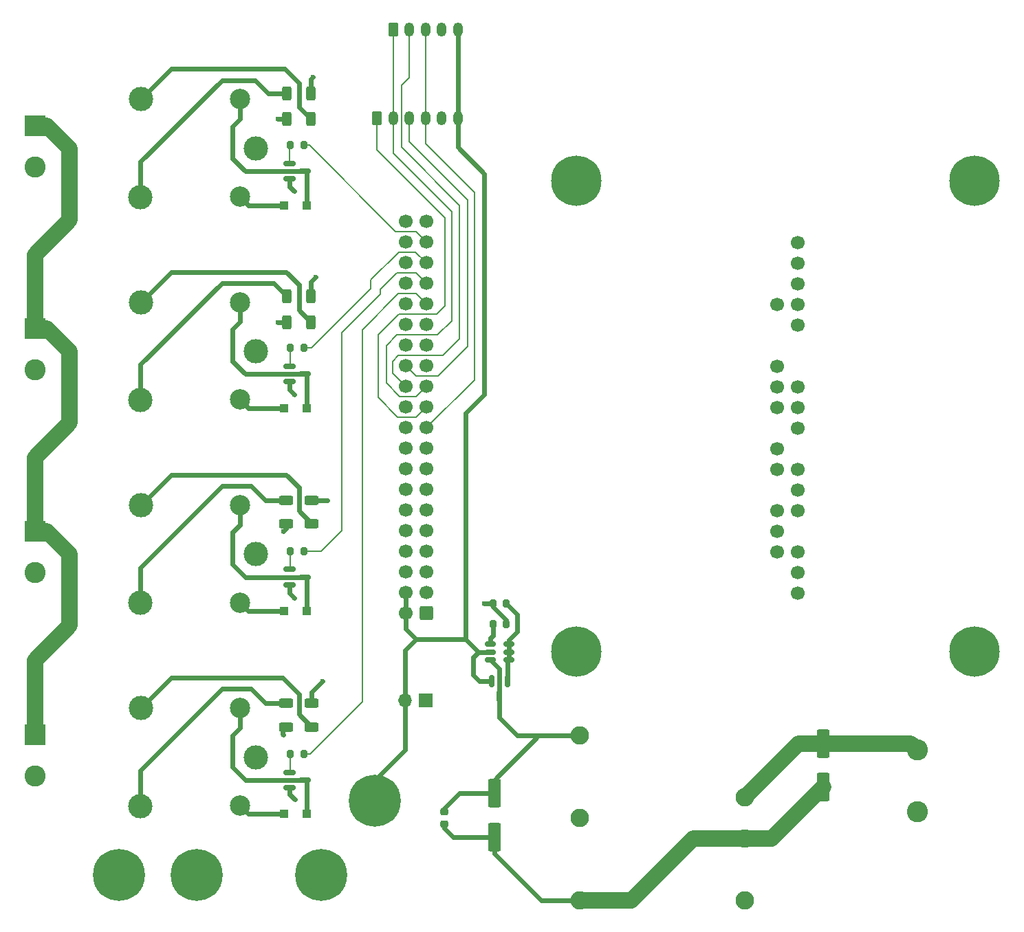
<source format=gbr>
%TF.GenerationSoftware,KiCad,Pcbnew,8.0.1*%
%TF.CreationDate,2024-03-18T01:33:03-07:00*%
%TF.ProjectId,huffboard,68756666-626f-4617-9264-2e6b69636164,rev?*%
%TF.SameCoordinates,Original*%
%TF.FileFunction,Copper,L1,Top*%
%TF.FilePolarity,Positive*%
%FSLAX46Y46*%
G04 Gerber Fmt 4.6, Leading zero omitted, Abs format (unit mm)*
G04 Created by KiCad (PCBNEW 8.0.1) date 2024-03-18 01:33:03*
%MOMM*%
%LPD*%
G01*
G04 APERTURE LIST*
G04 Aperture macros list*
%AMRoundRect*
0 Rectangle with rounded corners*
0 $1 Rounding radius*
0 $2 $3 $4 $5 $6 $7 $8 $9 X,Y pos of 4 corners*
0 Add a 4 corners polygon primitive as box body*
4,1,4,$2,$3,$4,$5,$6,$7,$8,$9,$2,$3,0*
0 Add four circle primitives for the rounded corners*
1,1,$1+$1,$2,$3*
1,1,$1+$1,$4,$5*
1,1,$1+$1,$6,$7*
1,1,$1+$1,$8,$9*
0 Add four rect primitives between the rounded corners*
20,1,$1+$1,$2,$3,$4,$5,0*
20,1,$1+$1,$4,$5,$6,$7,0*
20,1,$1+$1,$6,$7,$8,$9,0*
20,1,$1+$1,$8,$9,$2,$3,0*%
G04 Aperture macros list end*
%TA.AperFunction,ComponentPad*%
%ADD10C,3.000000*%
%TD*%
%TA.AperFunction,ComponentPad*%
%ADD11C,2.500000*%
%TD*%
%TA.AperFunction,WasherPad*%
%ADD12C,6.200000*%
%TD*%
%TA.AperFunction,ComponentPad*%
%ADD13RoundRect,0.250000X-0.350000X-0.625000X0.350000X-0.625000X0.350000X0.625000X-0.350000X0.625000X0*%
%TD*%
%TA.AperFunction,ComponentPad*%
%ADD14O,1.200000X1.750000*%
%TD*%
%TA.AperFunction,ComponentPad*%
%ADD15R,2.600000X2.600000*%
%TD*%
%TA.AperFunction,ComponentPad*%
%ADD16C,2.600000*%
%TD*%
%TA.AperFunction,SMDPad,CuDef*%
%ADD17RoundRect,0.150000X0.512500X0.150000X-0.512500X0.150000X-0.512500X-0.150000X0.512500X-0.150000X0*%
%TD*%
%TA.AperFunction,SMDPad,CuDef*%
%ADD18RoundRect,0.250000X-0.625000X0.312500X-0.625000X-0.312500X0.625000X-0.312500X0.625000X0.312500X0*%
%TD*%
%TA.AperFunction,ComponentPad*%
%ADD19C,1.700000*%
%TD*%
%TA.AperFunction,SMDPad,CuDef*%
%ADD20RoundRect,0.250000X-0.550000X1.500000X-0.550000X-1.500000X0.550000X-1.500000X0.550000X1.500000X0*%
%TD*%
%TA.AperFunction,SMDPad,CuDef*%
%ADD21RoundRect,0.250000X-0.300000X-0.300000X0.300000X-0.300000X0.300000X0.300000X-0.300000X0.300000X0*%
%TD*%
%TA.AperFunction,ComponentPad*%
%ADD22RoundRect,0.250000X0.600000X0.600000X-0.600000X0.600000X-0.600000X-0.600000X0.600000X-0.600000X0*%
%TD*%
%TA.AperFunction,SMDPad,CuDef*%
%ADD23RoundRect,0.200000X0.200000X0.275000X-0.200000X0.275000X-0.200000X-0.275000X0.200000X-0.275000X0*%
%TD*%
%TA.AperFunction,SMDPad,CuDef*%
%ADD24RoundRect,0.250000X0.625000X-0.312500X0.625000X0.312500X-0.625000X0.312500X-0.625000X-0.312500X0*%
%TD*%
%TA.AperFunction,SMDPad,CuDef*%
%ADD25RoundRect,0.200000X-0.200000X-0.275000X0.200000X-0.275000X0.200000X0.275000X-0.200000X0.275000X0*%
%TD*%
%TA.AperFunction,SMDPad,CuDef*%
%ADD26RoundRect,0.150000X-0.587500X-0.150000X0.587500X-0.150000X0.587500X0.150000X-0.587500X0.150000X0*%
%TD*%
%TA.AperFunction,ComponentPad*%
%ADD27C,0.800000*%
%TD*%
%TA.AperFunction,ComponentPad*%
%ADD28C,6.400000*%
%TD*%
%TA.AperFunction,SMDPad,CuDef*%
%ADD29RoundRect,0.250000X-0.312500X-0.625000X0.312500X-0.625000X0.312500X0.625000X-0.312500X0.625000X0*%
%TD*%
%TA.AperFunction,SMDPad,CuDef*%
%ADD30RoundRect,0.250000X0.312500X0.625000X-0.312500X0.625000X-0.312500X-0.625000X0.312500X-0.625000X0*%
%TD*%
%TA.AperFunction,SMDPad,CuDef*%
%ADD31RoundRect,0.150000X-0.150000X0.587500X-0.150000X-0.587500X0.150000X-0.587500X0.150000X0.587500X0*%
%TD*%
%TA.AperFunction,ComponentPad*%
%ADD32C,2.270000*%
%TD*%
%TA.AperFunction,SMDPad,CuDef*%
%ADD33RoundRect,0.225000X-0.250000X0.225000X-0.250000X-0.225000X0.250000X-0.225000X0.250000X0.225000X0*%
%TD*%
%TA.AperFunction,ComponentPad*%
%ADD34R,1.700000X1.700000*%
%TD*%
%TA.AperFunction,ComponentPad*%
%ADD35O,1.700000X1.700000*%
%TD*%
%TA.AperFunction,ViaPad*%
%ADD36C,0.600000*%
%TD*%
%TA.AperFunction,Conductor*%
%ADD37C,0.600000*%
%TD*%
%TA.AperFunction,Conductor*%
%ADD38C,2.000000*%
%TD*%
%TA.AperFunction,Conductor*%
%ADD39C,0.200000*%
%TD*%
G04 APERTURE END LIST*
D10*
%TO.P,K3,1*%
%TO.N,RELAY_{3}*%
X155500000Y-86000000D03*
D11*
%TO.P,K3,2*%
%TO.N,Net-(D3-A)*%
X153550000Y-79950000D03*
D10*
%TO.P,K3,3*%
%TO.N,Net-(K3-Pad3)*%
X141350000Y-79950000D03*
%TO.P,K3,4*%
%TO.N,Net-(K3-Pad4)*%
X141300000Y-92000000D03*
D11*
%TO.P,K3,5*%
%TO.N,+12V*%
X153550000Y-91950000D03*
%TD*%
D12*
%TO.P,H1,*%
%TO.N,*%
X195000000Y-40000000D03*
%TD*%
D13*
%TO.P,J8,1,Pin_1*%
%TO.N,SPI0_{MISO}*%
X170400000Y-32258000D03*
D14*
%TO.P,J8,2,Pin_2*%
%TO.N,SPI0_{CLK}*%
X172400000Y-32258000D03*
%TO.P,J8,3,Pin_3*%
%TO.N,SPI0_{CE1}*%
X174400000Y-32258000D03*
%TO.P,J8,4,Pin_4*%
%TO.N,SPI0_{MOSI}*%
X176400000Y-32258000D03*
%TO.P,J8,5,Pin_5*%
%TO.N,GNDREF*%
X178400000Y-32258000D03*
%TO.P,J8,6,Pin_6*%
%TO.N,5V_to_Pi*%
X180400000Y-32258000D03*
%TD*%
D15*
%TO.P,J5,1,Pin_1*%
%TO.N,GNDREF*%
X128310001Y-83199996D03*
D16*
%TO.P,J5,2,Pin_2*%
%TO.N,RELAY_{3}*%
X128310001Y-88279995D03*
%TD*%
D17*
%TO.P,Q3,1,C1*%
%TO.N,Net-(Q2-G)*%
X186637500Y-98979998D03*
%TO.P,Q3,2,B1*%
X186637500Y-98029999D03*
%TO.P,Q3,3,B2*%
X186637500Y-97080000D03*
%TO.P,Q3,4,C2*%
%TO.N,Net-(Q3B-C2)*%
X184362500Y-97080000D03*
%TO.P,Q3,5,E2*%
%TO.N,5V_to_Pi*%
X184362500Y-98029999D03*
%TO.P,Q3,6,E1*%
%TO.N,5V_from_supply*%
X184362500Y-98979998D03*
%TD*%
D18*
%TO.P,R12,1*%
%TO.N,GNDREF*%
X162400000Y-79337500D03*
%TO.P,R12,2*%
%TO.N,Net-(K3-Pad3)*%
X162400000Y-82262500D03*
%TD*%
D19*
%TO.P,TP23,1,1*%
%TO.N,SPI0_{CLK}*%
X222250000Y-65405000D03*
%TD*%
D12*
%TO.P,H2,*%
%TO.N,*%
X244000000Y-40000000D03*
%TD*%
D20*
%TO.P,C3,1*%
%TO.N,5V_from_supply*%
X184872290Y-115433229D03*
%TO.P,C3,2*%
%TO.N,GNDREF*%
X184872290Y-120833229D03*
%TD*%
D21*
%TO.P,D3,1,K*%
%TO.N,+12V*%
X159000001Y-93000000D03*
%TO.P,D3,2,A*%
%TO.N,Net-(D3-A)*%
X161799999Y-93000000D03*
%TD*%
D19*
%TO.P,TP19,1,1*%
%TO.N,SPI0_{CE1}*%
X219710000Y-62865000D03*
%TD*%
%TO.P,TP11,1,1*%
%TO.N,Net-(J1-GPIO23)*%
X219710000Y-75565000D03*
%TD*%
D10*
%TO.P,K1,1*%
%TO.N,RELAY_{1}*%
X155500000Y-111000000D03*
D11*
%TO.P,K1,2*%
%TO.N,Net-(D1-A)*%
X153550000Y-104950000D03*
D10*
%TO.P,K1,3*%
%TO.N,Net-(K1-Pad3)*%
X141350000Y-104950000D03*
%TO.P,K1,4*%
%TO.N,Net-(K1-Pad4)*%
X141300000Y-117000000D03*
D11*
%TO.P,K1,5*%
%TO.N,+12V*%
X153550000Y-116950000D03*
%TD*%
D16*
%TO.P,J2,1,Pin_1*%
%TO.N,GNDREF*%
X236950000Y-117726770D03*
%TO.P,J2,2,Pin_2*%
%TO.N,+12V*%
X236950000Y-110106770D03*
%TD*%
D19*
%TO.P,TP1,1,1*%
%TO.N,Net-(J1-SDA{slash}GPIO2)*%
X222250000Y-90805000D03*
%TD*%
D22*
%TO.P,J1,1,3V3*%
%TO.N,Net-(J1-3V3-Pad1)*%
X176500000Y-93260000D03*
D19*
%TO.P,J1,2,5V*%
%TO.N,5V_to_Pi*%
X173960000Y-93260000D03*
%TO.P,J1,3,SDA/GPIO2*%
%TO.N,Net-(J1-SDA{slash}GPIO2)*%
X176500000Y-90720000D03*
%TO.P,J1,4,5V*%
%TO.N,5V_to_Pi*%
X173960000Y-90720000D03*
%TO.P,J1,5,SCL/GPIO3*%
%TO.N,Net-(J1-SCL{slash}GPIO3)*%
X176500000Y-88180001D03*
%TO.P,J1,6,GND*%
%TO.N,GNDREF*%
X173960000Y-88180000D03*
%TO.P,J1,7,GCLK0/GPIO4*%
%TO.N,Net-(J1-GCLK0{slash}GPIO4)*%
X176500000Y-85640000D03*
%TO.P,J1,8,GPIO14/TXD*%
%TO.N,Net-(J1-GPIO14{slash}TXD)*%
X173960000Y-85640000D03*
%TO.P,J1,9,GND*%
%TO.N,GNDREF*%
X176500000Y-83100000D03*
%TO.P,J1,10,GPIO15/RXD*%
%TO.N,Net-(J1-GPIO15{slash}RXD)*%
X173960000Y-83100000D03*
%TO.P,J1,11,GPIO17*%
%TO.N,Net-(J1-GPIO17)*%
X176500000Y-80560000D03*
%TO.P,J1,12,GPIO18/PWM0*%
%TO.N,Net-(J1-GPIO18{slash}PWM0)*%
X173960000Y-80560000D03*
%TO.P,J1,13,GPIO27*%
%TO.N,Net-(J1-GPIO27)*%
X176500000Y-78020000D03*
%TO.P,J1,14,GND*%
%TO.N,GNDREF*%
X173960000Y-78020000D03*
%TO.P,J1,15,GPIO22*%
%TO.N,Net-(J1-GPIO22)*%
X176500000Y-75479999D03*
%TO.P,J1,16,GPIO23*%
%TO.N,Net-(J1-GPIO23)*%
X173960000Y-75480000D03*
%TO.P,J1,17,3V3*%
%TO.N,Net-(J1-3V3-Pad1)*%
X176500000Y-72940000D03*
%TO.P,J1,18,GPIO24*%
%TO.N,Net-(J1-GPIO24)*%
X173960000Y-72940000D03*
%TO.P,J1,19,MOSI0/GPIO10*%
%TO.N,SPI0_{MOSI}*%
X176500000Y-70400000D03*
%TO.P,J1,20,GND*%
%TO.N,GNDREF*%
X173960000Y-70400000D03*
%TO.P,J1,21,MISO0/GPIO9*%
%TO.N,SPI0_{MISO}*%
X176500000Y-67860000D03*
%TO.P,J1,22,GPIO25*%
%TO.N,Net-(J1-GPIO25)*%
X173960000Y-67860000D03*
%TO.P,J1,23,SCLK0/GPIO11*%
%TO.N,SPI0_{CLK}*%
X176500000Y-65320001D03*
%TO.P,J1,24,~{CE0}/GPIO8*%
%TO.N,SPI0_{CE0}*%
X173960000Y-65320000D03*
%TO.P,J1,25,GND*%
%TO.N,GNDREF*%
X176500000Y-62780000D03*
%TO.P,J1,26,~{CE1}/GPIO7*%
%TO.N,SPI0_{CE1}*%
X173960000Y-62780000D03*
%TO.P,J1,27,ID_SD/GPIO0*%
%TO.N,unconnected-(J1-ID_SD{slash}GPIO0-Pad27)*%
X176500000Y-60240000D03*
%TO.P,J1,28,ID_SC/GPIO1*%
%TO.N,unconnected-(J1-ID_SC{slash}GPIO1-Pad28)*%
X173960000Y-60240000D03*
%TO.P,J1,29,GCLK1/GPIO5*%
%TO.N,Net-(J1-GCLK1{slash}GPIO5)*%
X176500000Y-57700000D03*
%TO.P,J1,30,GND*%
%TO.N,GNDREF*%
X173960000Y-57700000D03*
%TO.P,J1,31,GCLK2/GPIO6*%
%TO.N,IO RELAY_{1}*%
X176500000Y-55160001D03*
%TO.P,J1,32,PWM0/GPIO12*%
%TO.N,Net-(J1-PWM0{slash}GPIO12)*%
X173960000Y-55160000D03*
%TO.P,J1,33,PWM1/GPIO13*%
%TO.N,IO RELAY_{3}*%
X176500000Y-52619999D03*
%TO.P,J1,34,GND*%
%TO.N,GNDREF*%
X173960000Y-52620000D03*
%TO.P,J1,35,GPIO19/MISO1*%
%TO.N,IO RELAY_{4}*%
X176500000Y-50080000D03*
%TO.P,J1,36,GPIO16*%
%TO.N,unconnected-(J1-GPIO16-Pad36)*%
X173960000Y-50080000D03*
%TO.P,J1,37,GPIO26*%
%TO.N,IO RELAY_{2}*%
X176500000Y-47540000D03*
%TO.P,J1,38,GPIO20/MOSI1*%
%TO.N,unconnected-(J1-GPIO20{slash}MOSI1-Pad38)*%
X173960000Y-47540000D03*
%TO.P,J1,39,GND*%
%TO.N,GNDREF*%
X176500000Y-45000000D03*
%TO.P,J1,40,GPIO21/SCLK1*%
%TO.N,unconnected-(J1-GPIO21{slash}SCLK1-Pad40)*%
X173960000Y-45000000D03*
%TD*%
D23*
%TO.P,R1,1*%
%TO.N,IO RELAY_{1}*%
X161425000Y-110600000D03*
%TO.P,R1,2*%
%TO.N,Net-(Q1-B)*%
X159775000Y-110600000D03*
%TD*%
D24*
%TO.P,R11,1*%
%TO.N,+12V*%
X159200000Y-82262500D03*
%TO.P,R11,2*%
%TO.N,Net-(K3-Pad4)*%
X159200000Y-79337500D03*
%TD*%
D25*
%TO.P,R2,1*%
%TO.N,GNDREF*%
X184675000Y-92067499D03*
%TO.P,R2,2*%
%TO.N,Net-(Q2-G)*%
X186325000Y-92067499D03*
%TD*%
D15*
%TO.P,J4,1,Pin_1*%
%TO.N,GNDREF*%
X128310001Y-33199996D03*
D16*
%TO.P,J4,2,Pin_2*%
%TO.N,RELAY_{2}*%
X128310001Y-38279995D03*
%TD*%
D26*
%TO.P,Q4,1,B*%
%TO.N,Net-(Q4-B)*%
X159676257Y-37850000D03*
%TO.P,Q4,2,E*%
%TO.N,GNDREF*%
X159676257Y-39750000D03*
%TO.P,Q4,3,C*%
%TO.N,Net-(D2-A)*%
X161551258Y-38800000D03*
%TD*%
D19*
%TO.P,TP7,1,1*%
%TO.N,Net-(J1-GPIO18{slash}PWM0)*%
X219710000Y-80645000D03*
%TD*%
D26*
%TO.P,Q1,1,B*%
%TO.N,Net-(Q1-B)*%
X159662500Y-112850000D03*
%TO.P,Q1,2,E*%
%TO.N,GNDREF*%
X159662500Y-114750000D03*
%TO.P,Q1,3,C*%
%TO.N,Net-(D1-A)*%
X161537501Y-113800000D03*
%TD*%
D19*
%TO.P,TP8,1,1*%
%TO.N,IO RELAY_{1}*%
X222250000Y-55245000D03*
%TD*%
%TO.P,TP3,1,1*%
%TO.N,Net-(J1-GPIO14{slash}TXD)*%
X219710000Y-85725000D03*
%TD*%
D24*
%TO.P,R7,1*%
%TO.N,+12V*%
X159200000Y-107262500D03*
%TO.P,R7,2*%
%TO.N,Net-(K1-Pad4)*%
X159200000Y-104337500D03*
%TD*%
D19*
%TO.P,TP5,1,1*%
%TO.N,IO RELAY_{2}*%
X222250000Y-47625000D03*
%TD*%
D27*
%TO.P,H10,1,1*%
%TO.N,+12V*%
X161176000Y-125476000D03*
X161878944Y-123778944D03*
X161878944Y-127173056D03*
X163576000Y-123076000D03*
D28*
X163576000Y-125476000D03*
D27*
X163576000Y-127876000D03*
X165273056Y-123778944D03*
X165273056Y-127173056D03*
X165976000Y-125476000D03*
%TD*%
D19*
%TO.P,TP2,1,1*%
%TO.N,Net-(J1-SCL{slash}GPIO3)*%
X222250000Y-88265000D03*
%TD*%
D12*
%TO.P,H4,*%
%TO.N,*%
X244000000Y-98000000D03*
%TD*%
D19*
%TO.P,TP16,1,1*%
%TO.N,Net-(J1-GCLK1{slash}GPIO5)*%
X222250000Y-57785000D03*
%TD*%
D15*
%TO.P,J6,1,Pin_1*%
%TO.N,GNDREF*%
X128310001Y-58199996D03*
D16*
%TO.P,J6,2,Pin_2*%
%TO.N,RELAY_{4}*%
X128310001Y-63279995D03*
%TD*%
D29*
%TO.P,R14,1*%
%TO.N,+12V*%
X159337500Y-57400000D03*
%TO.P,R14,2*%
%TO.N,Net-(K4-Pad3)*%
X162262500Y-57400000D03*
%TD*%
D19*
%TO.P,TP18,1,1*%
%TO.N,IO RELAY_{4}*%
X222250000Y-50165000D03*
%TD*%
D23*
%TO.P,R6,1*%
%TO.N,IO RELAY_{4}*%
X161425000Y-60600000D03*
%TO.P,R6,2*%
%TO.N,Net-(Q6-B)*%
X159775000Y-60600000D03*
%TD*%
D10*
%TO.P,K4,1*%
%TO.N,RELAY_{4}*%
X155500000Y-61000000D03*
D11*
%TO.P,K4,2*%
%TO.N,Net-(D4-A)*%
X153550000Y-54950000D03*
D10*
%TO.P,K4,3*%
%TO.N,Net-(K4-Pad3)*%
X141350000Y-54950000D03*
%TO.P,K4,4*%
%TO.N,Net-(K4-Pad4)*%
X141300000Y-67000000D03*
D11*
%TO.P,K4,5*%
%TO.N,+12V*%
X153550000Y-66950000D03*
%TD*%
D23*
%TO.P,R5,1*%
%TO.N,IO RELAY_{3}*%
X161425000Y-85600000D03*
%TO.P,R5,2*%
%TO.N,Net-(Q5-B)*%
X159775000Y-85600000D03*
%TD*%
D13*
%TO.P,J7,1,Pin_1*%
%TO.N,SPI0_{CLK}*%
X172400000Y-21336000D03*
D14*
%TO.P,J7,2,Pin_2*%
%TO.N,SPI0_{CE0}*%
X174400000Y-21336000D03*
%TO.P,J7,3,Pin_3*%
%TO.N,SPI0_{MOSI}*%
X176400000Y-21336000D03*
%TO.P,J7,4,Pin_4*%
%TO.N,GNDREF*%
X178400000Y-21336000D03*
%TO.P,J7,5,Pin_5*%
%TO.N,5V_to_Pi*%
X180400000Y-21336000D03*
%TD*%
D27*
%TO.P,H9,1,1*%
%TO.N,GNDREF*%
X136284000Y-125476000D03*
X136986944Y-123778944D03*
X136986944Y-127173056D03*
X138684000Y-123076000D03*
D28*
X138684000Y-125476000D03*
D27*
X138684000Y-127876000D03*
X140381056Y-123778944D03*
X140381056Y-127173056D03*
X141084000Y-125476000D03*
%TD*%
D19*
%TO.P,TP4,1,1*%
%TO.N,Net-(J1-GPIO15{slash}RXD)*%
X219710000Y-83185000D03*
%TD*%
D30*
%TO.P,R9,1*%
%TO.N,GNDREF*%
X162262500Y-29200000D03*
%TO.P,R9,2*%
%TO.N,Net-(K2-Pad4)*%
X159337500Y-29200000D03*
%TD*%
D19*
%TO.P,TP22,1,1*%
%TO.N,SPI0_{MOSI}*%
X222250000Y-70485000D03*
%TD*%
%TO.P,TP15,1,1*%
%TO.N,Net-(J1-PWM0{slash}GPIO12)*%
X219710000Y-55245000D03*
%TD*%
D12*
%TO.P,H3,*%
%TO.N,*%
X195000000Y-98000000D03*
%TD*%
D31*
%TO.P,Q2,1,G*%
%TO.N,Net-(Q2-G)*%
X186450000Y-101629999D03*
%TO.P,Q2,2,S*%
%TO.N,5V_to_Pi*%
X184550000Y-101629999D03*
%TO.P,Q2,3,D*%
%TO.N,5V_from_supply*%
X185500000Y-103505000D03*
%TD*%
D23*
%TO.P,R3,1*%
%TO.N,GNDREF*%
X186325000Y-94567499D03*
%TO.P,R3,2*%
%TO.N,Net-(Q3B-C2)*%
X184675000Y-94567499D03*
%TD*%
D21*
%TO.P,D4,1,K*%
%TO.N,+12V*%
X159000001Y-68000000D03*
%TO.P,D4,2,A*%
%TO.N,Net-(D4-A)*%
X161799999Y-68000000D03*
%TD*%
D26*
%TO.P,Q6,1,B*%
%TO.N,Net-(Q6-B)*%
X159662500Y-62850000D03*
%TO.P,Q6,2,E*%
%TO.N,GNDREF*%
X159662500Y-64750000D03*
%TO.P,Q6,3,C*%
%TO.N,Net-(D4-A)*%
X161537501Y-63800000D03*
%TD*%
D21*
%TO.P,D1,1,K*%
%TO.N,+12V*%
X159000001Y-118000000D03*
%TO.P,D1,2,A*%
%TO.N,Net-(D1-A)*%
X161799999Y-118000000D03*
%TD*%
D19*
%TO.P,TP13,1,1*%
%TO.N,Net-(J1-GPIO25)*%
X219710000Y-67945000D03*
%TD*%
D30*
%TO.P,R13,1*%
%TO.N,GNDREF*%
X162262500Y-54200000D03*
%TO.P,R13,2*%
%TO.N,Net-(K4-Pad4)*%
X159337500Y-54200000D03*
%TD*%
D29*
%TO.P,R10,1*%
%TO.N,+12V*%
X159337500Y-32400000D03*
%TO.P,R10,2*%
%TO.N,Net-(K2-Pad3)*%
X162262500Y-32400000D03*
%TD*%
D20*
%TO.P,C1,1*%
%TO.N,+12V*%
X225372290Y-109300000D03*
%TO.P,C1,2*%
%TO.N,GNDREF*%
X225372290Y-114700000D03*
%TD*%
D19*
%TO.P,TP9,1,1*%
%TO.N,IO RELAY_{3}*%
X222250000Y-52705000D03*
%TD*%
%TO.P,TP10,1,1*%
%TO.N,Net-(J1-GPIO22)*%
X222250000Y-75565000D03*
%TD*%
D23*
%TO.P,R4,1*%
%TO.N,IO RELAY_{2}*%
X161425000Y-35600000D03*
%TO.P,R4,2*%
%TO.N,Net-(Q4-B)*%
X159775000Y-35600000D03*
%TD*%
D19*
%TO.P,TP17,1,1*%
%TO.N,Net-(J1-GCLK0{slash}GPIO4)*%
X222250000Y-85725000D03*
%TD*%
%TO.P,TP12,1,1*%
%TO.N,Net-(J1-GPIO24)*%
X219710000Y-73025000D03*
%TD*%
D32*
%TO.P,U1,1,V_{in}+*%
%TO.N,+12V*%
X215660000Y-115960000D03*
%TO.P,U1,2,V_{in}-*%
%TO.N,GNDREF*%
X215660000Y-121040000D03*
%TO.P,U1,3,CTRL*%
%TO.N,unconnected-(U1-CTRL-Pad3)*%
X215660000Y-128660000D03*
%TO.P,U1,4,V_{out}-*%
%TO.N,GNDREF*%
X195340000Y-128660000D03*
%TO.P,U1,5,NP*%
%TO.N,unconnected-(U1-NP-Pad5)*%
X195340000Y-118500000D03*
%TO.P,U1,6,V_{out}+*%
%TO.N,5V_from_supply*%
X195340000Y-108340000D03*
%TD*%
D19*
%TO.P,TP6,1,1*%
%TO.N,Net-(J1-GPIO17)*%
X222250000Y-80645000D03*
%TD*%
%TO.P,TP14,1,1*%
%TO.N,Net-(J1-GPIO27)*%
X222250000Y-78105000D03*
%TD*%
D21*
%TO.P,D2,1,K*%
%TO.N,+12V*%
X159000001Y-43000000D03*
%TO.P,D2,2,A*%
%TO.N,Net-(D2-A)*%
X161799999Y-43000000D03*
%TD*%
D27*
%TO.P,H11,1,1*%
%TO.N,GNDREF*%
X145809000Y-125476000D03*
X146511944Y-123778944D03*
X146511944Y-127173056D03*
X148209000Y-123076000D03*
D28*
X148209000Y-125476000D03*
D27*
X148209000Y-127876000D03*
X149906056Y-123778944D03*
X149906056Y-127173056D03*
X150609000Y-125476000D03*
%TD*%
D18*
%TO.P,R8,1*%
%TO.N,GNDREF*%
X162400000Y-104337500D03*
%TO.P,R8,2*%
%TO.N,Net-(K1-Pad3)*%
X162400000Y-107262500D03*
%TD*%
D15*
%TO.P,J3,1,Pin_1*%
%TO.N,GNDREF*%
X128310001Y-108199996D03*
D16*
%TO.P,J3,2,Pin_2*%
%TO.N,RELAY_{1}*%
X128310001Y-113279995D03*
%TD*%
D33*
%TO.P,C2,1*%
%TO.N,5V_from_supply*%
X178725000Y-117725000D03*
%TO.P,C2,2*%
%TO.N,GNDREF*%
X178725000Y-119275000D03*
%TD*%
D19*
%TO.P,TP20,1,1*%
%TO.N,SPI0_{CE0}*%
X219710000Y-65405000D03*
%TD*%
D10*
%TO.P,K2,1*%
%TO.N,RELAY_{2}*%
X155500000Y-36000000D03*
D11*
%TO.P,K2,2*%
%TO.N,Net-(D2-A)*%
X153550000Y-29950000D03*
D10*
%TO.P,K2,3*%
%TO.N,Net-(K2-Pad3)*%
X141350000Y-29950000D03*
%TO.P,K2,4*%
%TO.N,Net-(K2-Pad4)*%
X141300000Y-42000000D03*
D11*
%TO.P,K2,5*%
%TO.N,+12V*%
X153550000Y-41950000D03*
%TD*%
D34*
%TO.P,J10,1,Pin_1*%
%TO.N,GNDREF*%
X176450000Y-104025000D03*
D35*
%TO.P,J10,2,Pin_2*%
%TO.N,5V_to_Pi*%
X173910000Y-104025000D03*
%TD*%
D26*
%TO.P,Q5,1,B*%
%TO.N,Net-(Q5-B)*%
X159662500Y-87850000D03*
%TO.P,Q5,2,E*%
%TO.N,GNDREF*%
X159662500Y-89750000D03*
%TO.P,Q5,3,C*%
%TO.N,Net-(D3-A)*%
X161537501Y-88800000D03*
%TD*%
D27*
%TO.P,H12,1,1*%
%TO.N,5V_to_Pi*%
X167780000Y-116332000D03*
X168482944Y-114634944D03*
X168482944Y-118029056D03*
X170180000Y-113932000D03*
D28*
X170180000Y-116332000D03*
D27*
X170180000Y-118732000D03*
X171877056Y-114634944D03*
X171877056Y-118029056D03*
X172580000Y-116332000D03*
%TD*%
D19*
%TO.P,TP21,1,1*%
%TO.N,SPI0_{MISO}*%
X222250000Y-67945000D03*
%TD*%
D36*
%TO.N,+12V*%
X158851600Y-83200000D03*
X158851600Y-108200000D03*
X158200000Y-57400000D03*
X158200000Y-32400000D03*
X158200000Y-57400000D03*
%TO.N,GNDREF*%
X160250000Y-41300000D03*
X162900000Y-51800000D03*
X164300000Y-79350000D03*
X160250000Y-91350000D03*
X162500000Y-27200000D03*
X160300000Y-116200000D03*
X160250000Y-66350000D03*
X163750000Y-101650000D03*
X183600000Y-92017499D03*
%TD*%
D37*
%TO.N,Net-(D1-A)*%
X154202400Y-113800000D02*
X152646400Y-112244000D01*
X161799999Y-114048741D02*
X161799999Y-118000000D01*
X161551258Y-113800000D02*
X161799999Y-114048741D01*
X152646400Y-108281600D02*
X153550000Y-107378000D01*
X152646400Y-112244000D02*
X152646400Y-108281600D01*
X153550000Y-107378000D02*
X153550000Y-104950000D01*
X161551258Y-113800000D02*
X154202400Y-113800000D01*
%TO.N,+12V*%
X159000001Y-93000000D02*
X154600000Y-93000000D01*
X159337500Y-32400000D02*
X158200000Y-32400000D01*
D38*
X236143230Y-109300000D02*
X225372290Y-109300000D01*
D37*
X154600000Y-43000000D02*
X153550000Y-41950000D01*
X154600000Y-93000000D02*
X153550000Y-91950000D01*
X159200000Y-82851600D02*
X159200000Y-82262500D01*
X159337500Y-57400000D02*
X158200000Y-57400000D01*
X158851600Y-83200000D02*
X159200000Y-82851600D01*
D38*
X236950000Y-110106770D02*
X236143230Y-109300000D01*
D37*
X158800000Y-108148400D02*
X158851600Y-108200000D01*
X154600000Y-68000000D02*
X153550000Y-66950000D01*
X158800000Y-107200000D02*
X158800000Y-108148400D01*
D38*
X225372290Y-109300000D02*
X222320000Y-109300000D01*
D37*
X159337500Y-57400000D02*
X158200000Y-57400000D01*
X159000001Y-68000000D02*
X154600000Y-68000000D01*
X159000001Y-118000000D02*
X154600000Y-118000000D01*
D38*
X222320000Y-109300000D02*
X215660000Y-115960000D01*
D37*
X154600000Y-118000000D02*
X153550000Y-116950000D01*
X159000001Y-43000000D02*
X154600000Y-43000000D01*
D39*
%TO.N,Net-(Q1-B)*%
X159775000Y-112737500D02*
X159662500Y-112850000D01*
X159775000Y-110600000D02*
X159775000Y-112737500D01*
D38*
%TO.N,GNDREF*%
X128310001Y-74089999D02*
X128310001Y-83199996D01*
D37*
X179833229Y-120833229D02*
X178725000Y-119725000D01*
X159676257Y-39750000D02*
X159676257Y-40726257D01*
D38*
X219032290Y-121040000D02*
X225372290Y-114700000D01*
D37*
X162400000Y-104337500D02*
X162400000Y-103000000D01*
D38*
X128310001Y-58199996D02*
X129799996Y-58199996D01*
D37*
X184872290Y-120833229D02*
X179833229Y-120833229D01*
D38*
X132600000Y-44800000D02*
X128310001Y-49089999D01*
D37*
X159662500Y-115562500D02*
X160300000Y-116200000D01*
X159662500Y-65762500D02*
X160250000Y-66350000D01*
X159662500Y-89750000D02*
X159662500Y-90762500D01*
D38*
X129799996Y-83199996D02*
X132600000Y-86000000D01*
D37*
X184872290Y-122872290D02*
X184872290Y-120833229D01*
X184675000Y-92067499D02*
X183650000Y-92067499D01*
D38*
X132600000Y-69800000D02*
X128310001Y-74089999D01*
D37*
X186325000Y-94118499D02*
X184675000Y-92468499D01*
X162262500Y-29200000D02*
X162262500Y-27437500D01*
D38*
X128310001Y-33199996D02*
X129799996Y-33199996D01*
D37*
X162400000Y-79337500D02*
X164287500Y-79337500D01*
D38*
X132600000Y-94800000D02*
X128310001Y-99089999D01*
X128310001Y-99089999D02*
X128310001Y-108199996D01*
X129799996Y-33199996D02*
X132600000Y-36000000D01*
X132600000Y-36000000D02*
X132600000Y-44800000D01*
D37*
X183650000Y-92067499D02*
X183600000Y-92017499D01*
X159676257Y-40726257D02*
X160250000Y-41300000D01*
X162262500Y-27437500D02*
X162500000Y-27200000D01*
D38*
X201740000Y-128660000D02*
X195340000Y-128660000D01*
X128310001Y-49089999D02*
X128310001Y-58199996D01*
X129799996Y-58199996D02*
X132600000Y-61000000D01*
D37*
X159662500Y-64750000D02*
X159662500Y-65762500D01*
X184675000Y-92468499D02*
X184675000Y-92067499D01*
X178725000Y-119725000D02*
X178725000Y-119275000D01*
X159662500Y-90762500D02*
X160250000Y-91350000D01*
X195340000Y-128660000D02*
X190660000Y-128660000D01*
D38*
X215660000Y-121040000D02*
X209360000Y-121040000D01*
X209360000Y-121040000D02*
X201740000Y-128660000D01*
D37*
X162262500Y-52437500D02*
X162900000Y-51800000D01*
X159662500Y-114750000D02*
X159662500Y-115562500D01*
X162262500Y-54200000D02*
X162262500Y-52437500D01*
X190660000Y-128660000D02*
X184872290Y-122872290D01*
X162400000Y-103000000D02*
X163750000Y-101650000D01*
D38*
X215660000Y-121040000D02*
X219032290Y-121040000D01*
D37*
X164287500Y-79337500D02*
X164300000Y-79350000D01*
D38*
X128310001Y-83199996D02*
X129799996Y-83199996D01*
X132600000Y-61000000D02*
X132600000Y-69800000D01*
D37*
X186325000Y-94567499D02*
X186325000Y-94118499D01*
D38*
X132600000Y-86000000D02*
X132600000Y-94800000D01*
D37*
%TO.N,Net-(Q2-G)*%
X186637500Y-98979998D02*
X186637500Y-98029999D01*
X186637500Y-96567999D02*
X187680600Y-95524899D01*
X187680600Y-95524899D02*
X187680600Y-93423099D01*
X186450000Y-99167498D02*
X186637500Y-98979998D01*
X187680600Y-93423099D02*
X186325000Y-92067499D01*
X186637500Y-98029999D02*
X186637500Y-97080000D01*
X186450000Y-101629999D02*
X186450000Y-99167498D01*
X186637500Y-97080000D02*
X186637500Y-96567999D01*
%TO.N,5V_to_Pi*%
X173960000Y-93260000D02*
X173960000Y-90720000D01*
X182245000Y-98699899D02*
X182914900Y-98029999D01*
X180400000Y-32258000D02*
X180400000Y-21336000D01*
X170180000Y-113792000D02*
X170180000Y-116332000D01*
X173910000Y-110062000D02*
X170180000Y-113792000D01*
X175260000Y-96471099D02*
X175228901Y-96471099D01*
X183642000Y-66294000D02*
X181356000Y-68580000D01*
X183013850Y-101629999D02*
X182245000Y-100861149D01*
X182245000Y-100861149D02*
X182245000Y-98699899D01*
X181356000Y-68580000D02*
X181356000Y-96471099D01*
X180400000Y-32258000D02*
X180400000Y-35874000D01*
X173910000Y-104025000D02*
X173910000Y-110062000D01*
X182914900Y-98029999D02*
X181356000Y-96471099D01*
X180400000Y-35874000D02*
X183642000Y-39116000D01*
X175228901Y-96471099D02*
X173910000Y-97790000D01*
X184362500Y-98029999D02*
X182914900Y-98029999D01*
X181356000Y-96471099D02*
X175228901Y-96471099D01*
X175260000Y-96471099D02*
X173960000Y-95171099D01*
X183642000Y-39116000D02*
X183642000Y-66294000D01*
X173910000Y-97790000D02*
X173910000Y-104025000D01*
X173960000Y-95171099D02*
X173960000Y-93260000D01*
X184550000Y-101629999D02*
X183013850Y-101629999D01*
%TO.N,5V_from_supply*%
X180566771Y-115433229D02*
X178725000Y-117275000D01*
X178725000Y-117275000D02*
X178725000Y-117725000D01*
X185500000Y-106125000D02*
X187715000Y-108340000D01*
X185500000Y-103505000D02*
X185500000Y-100117498D01*
X185500000Y-103505000D02*
X185500000Y-106125000D01*
X187715000Y-108340000D02*
X190340000Y-108340000D01*
X184872290Y-115433229D02*
X180566771Y-115433229D01*
X190340000Y-108340000D02*
X184872290Y-113807710D01*
X185500000Y-100117498D02*
X184362500Y-98979998D01*
X190340000Y-108340000D02*
X195340000Y-108340000D01*
X184872290Y-113807710D02*
X184872290Y-115433229D01*
%TO.N,Net-(Q3B-C2)*%
X184675000Y-94567499D02*
X184675000Y-96015899D01*
X184675000Y-96015899D02*
X184362500Y-96328399D01*
X184362500Y-96328399D02*
X184362500Y-97080000D01*
%TO.N,Net-(D2-A)*%
X152646400Y-33281600D02*
X153550000Y-32378000D01*
X161551258Y-38800000D02*
X161799999Y-39048741D01*
X161799999Y-39048741D02*
X161799999Y-43000000D01*
X154202400Y-38800000D02*
X152646400Y-37244000D01*
X152646400Y-37244000D02*
X152646400Y-33281600D01*
X153550000Y-32378000D02*
X153550000Y-29950000D01*
X161551258Y-38800000D02*
X154202400Y-38800000D01*
%TO.N,Net-(D3-A)*%
X161799999Y-89048741D02*
X161799999Y-93000000D01*
X161551258Y-88800000D02*
X154202400Y-88800000D01*
X154202400Y-88800000D02*
X152646400Y-87244000D01*
X152646400Y-87244000D02*
X152646400Y-83281600D01*
X152646400Y-83281600D02*
X153550000Y-82378000D01*
X161551258Y-88800000D02*
X161799999Y-89048741D01*
X153550000Y-82378000D02*
X153550000Y-79950000D01*
%TO.N,Net-(D4-A)*%
X152646400Y-62244000D02*
X152646400Y-58281600D01*
X161551258Y-63800000D02*
X154202400Y-63800000D01*
X153550000Y-57378000D02*
X153550000Y-54950000D01*
X161551258Y-63800000D02*
X161799999Y-64048741D01*
X161799999Y-64048741D02*
X161799999Y-68000000D01*
X154202400Y-63800000D02*
X152646400Y-62244000D01*
X152646400Y-58281600D02*
X153550000Y-57378000D01*
D39*
%TO.N,IO RELAY_{4}*%
X169684700Y-52158900D02*
X169684700Y-53276500D01*
X175188000Y-48768000D02*
X173075600Y-48768000D01*
X173075600Y-48768000D02*
X169684700Y-52158900D01*
X162361200Y-60600000D02*
X161425000Y-60600000D01*
X169684700Y-53276500D02*
X162361200Y-60600000D01*
X176500000Y-50080000D02*
X175188000Y-48768000D01*
D37*
%TO.N,Net-(K1-Pad4)*%
X151325600Y-102592000D02*
X141300000Y-112617600D01*
X154932400Y-102592000D02*
X151325600Y-102592000D01*
X154932400Y-102592000D02*
X156677900Y-104337500D01*
X141300000Y-112617600D02*
X141300000Y-117000000D01*
X156677900Y-104337500D02*
X159200000Y-104337500D01*
%TO.N,Net-(K1-Pad3)*%
X158820400Y-101220400D02*
X160800000Y-103200000D01*
X141350000Y-104950000D02*
X145079600Y-101220400D01*
X160800000Y-105662500D02*
X162400000Y-107262500D01*
X160800000Y-103200000D02*
X160800000Y-105662500D01*
X145079600Y-101220400D02*
X158820400Y-101220400D01*
%TO.N,Net-(K2-Pad3)*%
X160800000Y-30937500D02*
X162262500Y-32400000D01*
X159020400Y-26220400D02*
X160800000Y-28000000D01*
X160800000Y-28000000D02*
X160800000Y-30937500D01*
X141350000Y-29950000D02*
X145079600Y-26220400D01*
X145079600Y-26220400D02*
X159020400Y-26220400D01*
%TO.N,Net-(K2-Pad4)*%
X141300000Y-42000000D02*
X141300000Y-37617600D01*
X151325600Y-27592000D02*
X155392000Y-27592000D01*
X157000000Y-29200000D02*
X159337500Y-29200000D01*
X141300000Y-37617600D02*
X151325600Y-27592000D01*
X155392000Y-27592000D02*
X157000000Y-29200000D01*
%TO.N,Net-(K3-Pad3)*%
X160800000Y-77766206D02*
X160800000Y-80662500D01*
X160800000Y-80662500D02*
X162400000Y-82262500D01*
X145079600Y-76220400D02*
X159254194Y-76220400D01*
X141350000Y-79950000D02*
X145079600Y-76220400D01*
X159254194Y-76220400D02*
X160800000Y-77766206D01*
D39*
%TO.N,Net-(Q4-B)*%
X159676257Y-37850000D02*
X159676257Y-35698743D01*
X159676257Y-35698743D02*
X159775000Y-35600000D01*
%TO.N,Net-(Q5-B)*%
X159775000Y-85600000D02*
X159775000Y-87737500D01*
X159775000Y-87737500D02*
X159662500Y-87850000D01*
%TO.N,Net-(Q6-B)*%
X159775000Y-60600000D02*
X159775000Y-62737500D01*
X159775000Y-62737500D02*
X159662500Y-62850000D01*
D37*
%TO.N,Net-(K3-Pad4)*%
X154932400Y-77592000D02*
X156677900Y-79337500D01*
X151325600Y-77592000D02*
X141300000Y-87617600D01*
X154932400Y-77592000D02*
X151325600Y-77592000D01*
X141300000Y-87617600D02*
X141300000Y-92000000D01*
X156677900Y-79337500D02*
X159200000Y-79337500D01*
%TO.N,Net-(K4-Pad4)*%
X141300000Y-62617600D02*
X151325600Y-52592000D01*
X151325600Y-52592000D02*
X157729500Y-52592000D01*
X157729500Y-52592000D02*
X159337500Y-54200000D01*
X141300000Y-67000000D02*
X141300000Y-62617600D01*
%TO.N,Net-(K4-Pad3)*%
X145079600Y-51220400D02*
X159220400Y-51220400D01*
X160800000Y-55937500D02*
X162262500Y-57400000D01*
X160800000Y-52800000D02*
X160800000Y-55937500D01*
X159220400Y-51220400D02*
X160800000Y-52800000D01*
X141350000Y-54950000D02*
X145079600Y-51220400D01*
D39*
%TO.N,IO RELAY_{1}*%
X168600000Y-58323600D02*
X168600000Y-104196000D01*
X173024800Y-53898800D02*
X168600000Y-58323600D01*
X176500000Y-55160001D02*
X175238799Y-53898800D01*
X168600000Y-104196000D02*
X162196000Y-110600000D01*
X175238799Y-53898800D02*
X173024800Y-53898800D01*
X162196000Y-110600000D02*
X161425000Y-110600000D01*
%TO.N,IO RELAY_{2}*%
X176500000Y-47540000D02*
X175213400Y-46253400D01*
X172720000Y-46253400D02*
X162066600Y-35600000D01*
X175213400Y-46253400D02*
X172720000Y-46253400D01*
X162066600Y-35600000D02*
X161425000Y-35600000D01*
%TO.N,IO RELAY_{3}*%
X175238801Y-51358800D02*
X172872400Y-51358800D01*
X172872400Y-51358800D02*
X170840400Y-53390800D01*
X163586200Y-85600000D02*
X161425000Y-85600000D01*
X166100000Y-58740800D02*
X166100000Y-83086200D01*
X176500000Y-52619999D02*
X175238801Y-51358800D01*
X170840400Y-53390800D02*
X170840400Y-54000400D01*
X170840400Y-54000400D02*
X166100000Y-58740800D01*
X166100000Y-83086200D02*
X163586200Y-85600000D01*
%TO.N,SPI0_{CE0}*%
X180600000Y-43000000D02*
X173431200Y-35831200D01*
X174400000Y-27276000D02*
X174400000Y-21336000D01*
X178568000Y-61518800D02*
X180600000Y-59486800D01*
X173024800Y-61518800D02*
X178568000Y-61518800D01*
X173960000Y-65320000D02*
X172313600Y-63673600D01*
X173431200Y-28244800D02*
X174400000Y-27276000D01*
X173431200Y-35831200D02*
X173431200Y-28244800D01*
X172313600Y-63673600D02*
X172313600Y-62230000D01*
X172313600Y-62230000D02*
X173024800Y-61518800D01*
X180600000Y-59486800D02*
X180600000Y-43000000D01*
%TO.N,SPI0_{CLK}*%
X172400000Y-36600000D02*
X179600000Y-43800000D01*
X177850800Y-58978800D02*
X172872400Y-58978800D01*
X172400000Y-32258000D02*
X172400000Y-36600000D01*
X171551600Y-64871600D02*
X173228000Y-66548000D01*
X179600000Y-57229600D02*
X177850800Y-58978800D01*
X173228000Y-66548000D02*
X175272001Y-66548000D01*
X175272001Y-66548000D02*
X176500000Y-65320001D01*
X179600000Y-43800000D02*
X179600000Y-57229600D01*
X172872400Y-58978800D02*
X171551600Y-60299600D01*
X172400000Y-32258000D02*
X172400000Y-21336000D01*
X171551600Y-60299600D02*
X171551600Y-64871600D01*
%TO.N,SPI0_{CE1}*%
X174400000Y-35200000D02*
X174400000Y-32258000D01*
X177901600Y-64058800D02*
X181600000Y-60360400D01*
X175238800Y-64058800D02*
X177901600Y-64058800D01*
X181600000Y-60360400D02*
X181600000Y-42400000D01*
X173960000Y-62780000D02*
X175238800Y-64058800D01*
X181600000Y-42400000D02*
X174400000Y-35200000D01*
%TO.N,SPI0_{MOSI}*%
X176500000Y-70400000D02*
X182400000Y-64500000D01*
X176400000Y-35400000D02*
X176400000Y-32258000D01*
X182400000Y-41400000D02*
X176400000Y-35400000D01*
X182400000Y-64500000D02*
X182400000Y-41400000D01*
X176400000Y-21336000D02*
X176400000Y-32258000D01*
%TO.N,SPI0_{MISO}*%
X177784000Y-56388000D02*
X173126400Y-56388000D01*
X170535600Y-58978800D02*
X170535600Y-66649600D01*
X178800000Y-44600000D02*
X178800000Y-55372000D01*
X170535600Y-66649600D02*
X172974000Y-69088000D01*
X178800000Y-55372000D02*
X177784000Y-56388000D01*
X175272000Y-69088000D02*
X176500000Y-67860000D01*
X170400000Y-36200000D02*
X178800000Y-44600000D01*
X172974000Y-69088000D02*
X175272000Y-69088000D01*
X173126400Y-56388000D02*
X170535600Y-58978800D01*
X170400000Y-32258000D02*
X170400000Y-36200000D01*
%TD*%
M02*

</source>
